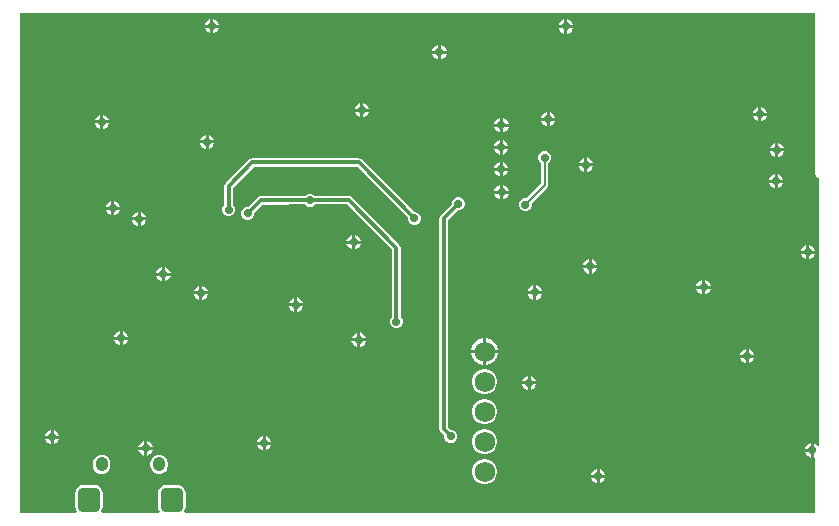
<source format=gbl>
G04*
G04 #@! TF.GenerationSoftware,Altium Limited,Altium Designer,22.6.1 (34)*
G04*
G04 Layer_Physical_Order=2*
G04 Layer_Color=16711680*
%FSLAX44Y44*%
%MOMM*%
G71*
G04*
G04 #@! TF.SameCoordinates,A7F95BF2-09E6-4EF4-AC3E-D413731AB972*
G04*
G04*
G04 #@! TF.FilePolarity,Positive*
G04*
G01*
G75*
%ADD13C,0.2000*%
%ADD59C,0.3000*%
G04:AMPARAMS|DCode=61|XSize=1.25mm|YSize=1.05mm|CornerRadius=0.525mm|HoleSize=0mm|Usage=FLASHONLY|Rotation=270.000|XOffset=0mm|YOffset=0mm|HoleType=Round|Shape=RoundedRectangle|*
%AMROUNDEDRECTD61*
21,1,1.2500,0.0000,0,0,270.0*
21,1,0.2000,1.0500,0,0,270.0*
1,1,1.0500,0.0000,-0.1000*
1,1,1.0500,0.0000,0.1000*
1,1,1.0500,0.0000,0.1000*
1,1,1.0500,0.0000,-0.1000*
%
%ADD61ROUNDEDRECTD61*%
G04:AMPARAMS|DCode=62|XSize=2.1mm|YSize=1.9mm|CornerRadius=0.475mm|HoleSize=0mm|Usage=FLASHONLY|Rotation=270.000|XOffset=0mm|YOffset=0mm|HoleType=Round|Shape=RoundedRectangle|*
%AMROUNDEDRECTD62*
21,1,2.1000,0.9500,0,0,270.0*
21,1,1.1500,1.9000,0,0,270.0*
1,1,0.9500,-0.4750,-0.5750*
1,1,0.9500,-0.4750,0.5750*
1,1,0.9500,0.4750,0.5750*
1,1,0.9500,0.4750,-0.5750*
%
%ADD62ROUNDEDRECTD62*%
%ADD63C,1.7500*%
%ADD64C,0.7000*%
G36*
X1286666Y990000D02*
Y900000D01*
X1286920Y898724D01*
X1287643Y897643D01*
X1288724Y896920D01*
X1290000Y896666D01*
Y670349D01*
X1288730Y669901D01*
X1287347Y671284D01*
X1285196Y672175D01*
Y666163D01*
Y660152D01*
X1285513Y660283D01*
X1286666Y659386D01*
Y613334D01*
X752791D01*
X752165Y614604D01*
X752571Y615133D01*
X753251Y616775D01*
X753483Y618537D01*
Y630037D01*
X753251Y631799D01*
X752571Y633441D01*
X751489Y634851D01*
X750079Y635933D01*
X748437Y636613D01*
X746675Y636845D01*
X737175D01*
X735413Y636613D01*
X733771Y635933D01*
X732361Y634851D01*
X731279Y633441D01*
X730598Y631799D01*
X730366Y630037D01*
Y618537D01*
X730598Y616775D01*
X731279Y615133D01*
X731684Y614604D01*
X731058Y613334D01*
X682541D01*
X681915Y614604D01*
X682321Y615133D01*
X683001Y616775D01*
X683233Y618537D01*
Y630037D01*
X683001Y631799D01*
X682321Y633441D01*
X681239Y634851D01*
X679829Y635933D01*
X678187Y636613D01*
X676425Y636845D01*
X666925D01*
X665163Y636613D01*
X663521Y635933D01*
X662111Y634851D01*
X661029Y633441D01*
X660348Y631799D01*
X660116Y630037D01*
Y618537D01*
X660348Y616775D01*
X661029Y615133D01*
X661434Y614604D01*
X660808Y613334D01*
X613334D01*
Y1036666D01*
X1286666D01*
Y990000D01*
D02*
G37*
%LPC*%
G36*
X776960Y1031256D02*
Y1026514D01*
X781701D01*
X780810Y1028665D01*
X779111Y1030365D01*
X776960Y1031256D01*
D02*
G37*
G36*
X774420D02*
X772269Y1030365D01*
X770569Y1028665D01*
X769678Y1026514D01*
X774420D01*
Y1031256D01*
D02*
G37*
G36*
X1076625Y1031107D02*
Y1026366D01*
X1081367D01*
X1080475Y1028517D01*
X1078776Y1030216D01*
X1076625Y1031107D01*
D02*
G37*
G36*
X1074085D02*
X1071934Y1030216D01*
X1070235Y1028517D01*
X1069343Y1026366D01*
X1074085D01*
Y1031107D01*
D02*
G37*
G36*
X781701Y1023974D02*
X776960D01*
Y1019232D01*
X779111Y1020124D01*
X780810Y1021823D01*
X781701Y1023974D01*
D02*
G37*
G36*
X774420D02*
X769678D01*
X770569Y1021823D01*
X772269Y1020124D01*
X774420Y1019232D01*
Y1023974D01*
D02*
G37*
G36*
X1081367Y1023826D02*
X1076625D01*
Y1019084D01*
X1078776Y1019975D01*
X1080475Y1021674D01*
X1081367Y1023826D01*
D02*
G37*
G36*
X1074085D02*
X1069343D01*
X1070235Y1021674D01*
X1071934Y1019975D01*
X1074085Y1019084D01*
Y1023826D01*
D02*
G37*
G36*
X969787Y1009169D02*
Y1004428D01*
X974528D01*
X973637Y1006579D01*
X971938Y1008278D01*
X969787Y1009169D01*
D02*
G37*
G36*
X967247D02*
X965095Y1008278D01*
X963396Y1006579D01*
X962505Y1004428D01*
X967247D01*
Y1009169D01*
D02*
G37*
G36*
X974528Y1001888D02*
X969787D01*
Y997146D01*
X971938Y998037D01*
X973637Y999736D01*
X974528Y1001888D01*
D02*
G37*
G36*
X967247D02*
X962505D01*
X963396Y999736D01*
X965095Y998037D01*
X967247Y997146D01*
Y1001888D01*
D02*
G37*
G36*
X904003Y960196D02*
Y955455D01*
X908745D01*
X907853Y957606D01*
X906154Y959305D01*
X904003Y960196D01*
D02*
G37*
G36*
X901463D02*
X899312Y959305D01*
X897613Y957606D01*
X896721Y955455D01*
X901463D01*
Y960196D01*
D02*
G37*
G36*
X1241037Y956752D02*
Y952010D01*
X1245779D01*
X1244887Y954162D01*
X1243188Y955861D01*
X1241037Y956752D01*
D02*
G37*
G36*
X1238497D02*
X1236346Y955861D01*
X1234646Y954162D01*
X1233755Y952010D01*
X1238497D01*
Y956752D01*
D02*
G37*
G36*
X908745Y952915D02*
X904003D01*
Y948173D01*
X906154Y949064D01*
X907853Y950763D01*
X908745Y952915D01*
D02*
G37*
G36*
X901463D02*
X896721D01*
X897613Y950763D01*
X899312Y949064D01*
X901463Y948173D01*
Y952915D01*
D02*
G37*
G36*
X1061971Y952426D02*
Y947684D01*
X1066713D01*
X1065822Y949836D01*
X1064122Y951535D01*
X1061971Y952426D01*
D02*
G37*
G36*
X1059431D02*
X1057280Y951535D01*
X1055581Y949836D01*
X1054689Y947684D01*
X1059431D01*
Y952426D01*
D02*
G37*
G36*
X683972Y950556D02*
Y945814D01*
X688714D01*
X687823Y947966D01*
X686124Y949665D01*
X683972Y950556D01*
D02*
G37*
G36*
X681432D02*
X679281Y949665D01*
X677582Y947966D01*
X676691Y945814D01*
X681432D01*
Y950556D01*
D02*
G37*
G36*
X1245779Y949471D02*
X1241037D01*
Y944729D01*
X1243188Y945620D01*
X1244887Y947319D01*
X1245779Y949471D01*
D02*
G37*
G36*
X1238497D02*
X1233755D01*
X1234646Y947319D01*
X1236346Y945620D01*
X1238497Y944729D01*
Y949471D01*
D02*
G37*
G36*
X1022275Y947680D02*
Y942938D01*
X1027017D01*
X1026126Y945089D01*
X1024427Y946788D01*
X1022275Y947680D01*
D02*
G37*
G36*
X1019735D02*
X1017584Y946788D01*
X1015885Y945089D01*
X1014994Y942938D01*
X1019735D01*
Y947680D01*
D02*
G37*
G36*
X1066713Y945144D02*
X1061971D01*
Y940403D01*
X1064122Y941294D01*
X1065822Y942993D01*
X1066713Y945144D01*
D02*
G37*
G36*
X1059431D02*
X1054689D01*
X1055581Y942993D01*
X1057280Y941294D01*
X1059431Y940403D01*
Y945144D01*
D02*
G37*
G36*
X688714Y943274D02*
X683972D01*
Y938533D01*
X686124Y939424D01*
X687823Y941123D01*
X688714Y943274D01*
D02*
G37*
G36*
X681432D02*
X676691D01*
X677582Y941123D01*
X679281Y939424D01*
X681432Y938533D01*
Y943274D01*
D02*
G37*
G36*
X1027017Y940398D02*
X1022275D01*
Y935656D01*
X1024427Y936547D01*
X1026126Y938247D01*
X1027017Y940398D01*
D02*
G37*
G36*
X1019735D02*
X1014994D01*
X1015885Y938247D01*
X1017584Y936547D01*
X1019735Y935656D01*
Y940398D01*
D02*
G37*
G36*
X773055Y933447D02*
Y928705D01*
X777797D01*
X776906Y930856D01*
X775207Y932555D01*
X773055Y933447D01*
D02*
G37*
G36*
X770515D02*
X768364Y932555D01*
X766665Y930856D01*
X765774Y928705D01*
X770515D01*
Y933447D01*
D02*
G37*
G36*
X1021997Y928682D02*
Y923941D01*
X1026739D01*
X1025847Y926092D01*
X1024148Y927791D01*
X1021997Y928682D01*
D02*
G37*
G36*
X1019457D02*
X1017306Y927791D01*
X1015607Y926092D01*
X1014715Y923941D01*
X1019457D01*
Y928682D01*
D02*
G37*
G36*
X1255304Y926752D02*
Y922010D01*
X1260046D01*
X1259155Y924162D01*
X1257456Y925861D01*
X1255304Y926752D01*
D02*
G37*
G36*
X1252764D02*
X1250613Y925861D01*
X1248914Y924162D01*
X1248023Y922010D01*
X1252764D01*
Y926752D01*
D02*
G37*
G36*
X777797Y926165D02*
X773055D01*
Y921423D01*
X775207Y922314D01*
X776906Y924014D01*
X777797Y926165D01*
D02*
G37*
G36*
X770515D02*
X765774D01*
X766665Y924014D01*
X768364Y922314D01*
X770515Y921423D01*
Y926165D01*
D02*
G37*
G36*
X1026739Y921401D02*
X1021997D01*
Y916659D01*
X1024148Y917550D01*
X1025847Y919249D01*
X1026739Y921401D01*
D02*
G37*
G36*
X1019457D02*
X1014715D01*
X1015607Y919249D01*
X1017306Y917550D01*
X1019457Y916659D01*
Y921401D01*
D02*
G37*
G36*
X1260046Y919470D02*
X1255304D01*
Y914729D01*
X1257456Y915620D01*
X1259155Y917319D01*
X1260046Y919470D01*
D02*
G37*
G36*
X1252764D02*
X1248023D01*
X1248914Y917319D01*
X1250613Y915620D01*
X1252764Y914729D01*
Y919470D01*
D02*
G37*
G36*
X1093778Y914157D02*
Y909416D01*
X1098519D01*
X1097628Y911567D01*
X1095929Y913266D01*
X1093778Y914157D01*
D02*
G37*
G36*
X1091238D02*
X1089086Y913266D01*
X1087387Y911567D01*
X1086496Y909416D01*
X1091238D01*
Y914157D01*
D02*
G37*
G36*
X1022103Y910289D02*
Y905547D01*
X1026845D01*
X1025954Y907699D01*
X1024255Y909398D01*
X1022103Y910289D01*
D02*
G37*
G36*
X1019563D02*
X1017412Y909398D01*
X1015713Y907699D01*
X1014822Y905547D01*
X1019563D01*
Y910289D01*
D02*
G37*
G36*
X1098519Y906876D02*
X1093778D01*
Y902134D01*
X1095929Y903025D01*
X1097628Y904725D01*
X1098519Y906876D01*
D02*
G37*
G36*
X1091238D02*
X1086496D01*
X1087387Y904725D01*
X1089086Y903025D01*
X1091238Y902134D01*
Y906876D01*
D02*
G37*
G36*
X1026845Y903007D02*
X1022103D01*
Y898266D01*
X1024255Y899157D01*
X1025954Y900856D01*
X1026845Y903007D01*
D02*
G37*
G36*
X1019563D02*
X1014822D01*
X1015713Y900856D01*
X1017412Y899157D01*
X1019563Y898266D01*
Y903007D01*
D02*
G37*
G36*
X1254729Y900092D02*
Y895351D01*
X1259471D01*
X1258579Y897502D01*
X1256880Y899201D01*
X1254729Y900092D01*
D02*
G37*
G36*
X1252189D02*
X1250038Y899201D01*
X1248338Y897502D01*
X1247447Y895351D01*
X1252189D01*
Y900092D01*
D02*
G37*
G36*
X1259471Y892811D02*
X1254729D01*
Y888069D01*
X1256880Y888960D01*
X1258579Y890659D01*
X1259471Y892811D01*
D02*
G37*
G36*
X1252189D02*
X1247447D01*
X1248338Y890659D01*
X1250038Y888960D01*
X1252189Y888069D01*
Y892811D01*
D02*
G37*
G36*
X1022316Y890938D02*
Y886197D01*
X1027057D01*
X1026166Y888348D01*
X1024467Y890047D01*
X1022316Y890938D01*
D02*
G37*
G36*
X1019776D02*
X1017625Y890047D01*
X1015925Y888348D01*
X1015034Y886197D01*
X1019776D01*
Y890938D01*
D02*
G37*
G36*
X1027057Y883657D02*
X1022316D01*
Y878915D01*
X1024467Y879806D01*
X1026166Y881505D01*
X1027057Y883657D01*
D02*
G37*
G36*
X1019776D02*
X1015034D01*
X1015925Y881505D01*
X1017625Y879806D01*
X1019776Y878915D01*
Y883657D01*
D02*
G37*
G36*
X693031Y877290D02*
Y872548D01*
X697773D01*
X696882Y874699D01*
X695183Y876398D01*
X693031Y877290D01*
D02*
G37*
G36*
X690491D02*
X688340Y876398D01*
X686641Y874699D01*
X685750Y872548D01*
X690491D01*
Y877290D01*
D02*
G37*
G36*
X1058712Y919582D02*
X1056524D01*
X1054503Y918745D01*
X1052956Y917198D01*
X1052118Y915176D01*
Y912988D01*
X1052956Y910967D01*
X1054503Y909419D01*
X1054559Y909396D01*
Y892060D01*
X1042169Y879669D01*
X1040203D01*
X1038182Y878831D01*
X1036635Y877284D01*
X1035797Y875263D01*
Y873075D01*
X1036635Y871053D01*
X1038182Y869506D01*
X1040203Y868669D01*
X1042391D01*
X1044413Y869506D01*
X1045960Y871053D01*
X1046797Y873075D01*
Y875263D01*
X1046685Y875534D01*
X1059781Y888630D01*
X1059781Y888630D01*
X1060444Y889622D01*
X1060677Y890793D01*
X1060677Y890793D01*
Y909396D01*
X1060734Y909419D01*
X1062281Y910967D01*
X1063118Y912988D01*
Y915176D01*
X1062281Y917198D01*
X1060734Y918745D01*
X1058712Y919582D01*
D02*
G37*
G36*
X697773Y870008D02*
X693031D01*
Y865266D01*
X695183Y866158D01*
X696882Y867857D01*
X697773Y870008D01*
D02*
G37*
G36*
X690491D02*
X685750D01*
X686641Y867857D01*
X688340Y866158D01*
X690491Y865266D01*
Y870008D01*
D02*
G37*
G36*
X715638Y868274D02*
Y863532D01*
X720379D01*
X719488Y865684D01*
X717789Y867383D01*
X715638Y868274D01*
D02*
G37*
G36*
X713098D02*
X710946Y867383D01*
X709247Y865684D01*
X708356Y863532D01*
X713098D01*
Y868274D01*
D02*
G37*
G36*
X900000Y913569D02*
X810000D01*
X808634Y913297D01*
X807477Y912523D01*
X787477Y892523D01*
X786703Y891366D01*
X786431Y890000D01*
Y874210D01*
X785337Y873115D01*
X784500Y871094D01*
Y868906D01*
X785337Y866885D01*
X786885Y865337D01*
X788906Y864500D01*
X791094D01*
X793115Y865337D01*
X794663Y866885D01*
X795500Y868906D01*
Y871094D01*
X794663Y873115D01*
X793569Y874210D01*
Y888522D01*
X811478Y906431D01*
X898522D01*
X941588Y863365D01*
Y861530D01*
X942426Y859508D01*
X943973Y857961D01*
X945994Y857124D01*
X948182D01*
X950204Y857961D01*
X951751Y859508D01*
X952588Y861530D01*
Y863718D01*
X951751Y865739D01*
X950204Y867287D01*
X948182Y868124D01*
X946923D01*
X902523Y912523D01*
X901366Y913297D01*
X900000Y913569D01*
D02*
G37*
G36*
X720379Y860992D02*
X715638D01*
Y856251D01*
X717789Y857142D01*
X719488Y858841D01*
X720379Y860992D01*
D02*
G37*
G36*
X713098D02*
X708356D01*
X709247Y858841D01*
X710946Y857142D01*
X713098Y856251D01*
Y860992D01*
D02*
G37*
G36*
X897034Y848444D02*
Y843702D01*
X901775D01*
X900884Y845854D01*
X899185Y847553D01*
X897034Y848444D01*
D02*
G37*
G36*
X894494D02*
X892342Y847553D01*
X890643Y845854D01*
X889752Y843702D01*
X894494D01*
Y848444D01*
D02*
G37*
G36*
X901775Y841162D02*
X897034D01*
Y836421D01*
X899185Y837312D01*
X900884Y839011D01*
X901775Y841162D01*
D02*
G37*
G36*
X894494D02*
X889752D01*
X890643Y839011D01*
X892342Y837312D01*
X894494Y836421D01*
Y841162D01*
D02*
G37*
G36*
X1281682Y840030D02*
Y835288D01*
X1286423D01*
X1285532Y837439D01*
X1283833Y839138D01*
X1281682Y840030D01*
D02*
G37*
G36*
X1279142D02*
X1276990Y839138D01*
X1275291Y837439D01*
X1274400Y835288D01*
X1279142D01*
Y840030D01*
D02*
G37*
G36*
X1286423Y832748D02*
X1281682D01*
Y828006D01*
X1283833Y828898D01*
X1285532Y830597D01*
X1286423Y832748D01*
D02*
G37*
G36*
X1279142D02*
X1274400D01*
X1275291Y830597D01*
X1276990Y828898D01*
X1279142Y828006D01*
Y832748D01*
D02*
G37*
G36*
X1097442Y827919D02*
Y823178D01*
X1102184D01*
X1101293Y825329D01*
X1099594Y827028D01*
X1097442Y827919D01*
D02*
G37*
G36*
X1094902D02*
X1092751Y827028D01*
X1091052Y825329D01*
X1090161Y823178D01*
X1094902D01*
Y827919D01*
D02*
G37*
G36*
X736051Y821292D02*
Y816551D01*
X740792D01*
X739901Y818702D01*
X738202Y820401D01*
X736051Y821292D01*
D02*
G37*
G36*
X733511D02*
X731359Y820401D01*
X729660Y818702D01*
X728769Y816551D01*
X733511D01*
Y821292D01*
D02*
G37*
G36*
X1102184Y820638D02*
X1097442D01*
Y815896D01*
X1099594Y816787D01*
X1101293Y818486D01*
X1102184Y820638D01*
D02*
G37*
G36*
X1094902D02*
X1090161D01*
X1091052Y818486D01*
X1092751Y816787D01*
X1094902Y815896D01*
Y820638D01*
D02*
G37*
G36*
X740792Y814011D02*
X736051D01*
Y809269D01*
X738202Y810160D01*
X739901Y811859D01*
X740792Y814011D01*
D02*
G37*
G36*
X733511D02*
X728769D01*
X729660Y811859D01*
X731359Y810160D01*
X733511Y809269D01*
Y814011D01*
D02*
G37*
G36*
X1193345Y810263D02*
Y805521D01*
X1198087D01*
X1197196Y807672D01*
X1195497Y809371D01*
X1193345Y810263D01*
D02*
G37*
G36*
X1190805D02*
X1188654Y809371D01*
X1186955Y807672D01*
X1186064Y805521D01*
X1190805D01*
Y810263D01*
D02*
G37*
G36*
X1050607Y805875D02*
Y801133D01*
X1055349D01*
X1054458Y803285D01*
X1052759Y804984D01*
X1050607Y805875D01*
D02*
G37*
G36*
X1048067D02*
X1045916Y804984D01*
X1044217Y803285D01*
X1043326Y801133D01*
X1048067D01*
Y805875D01*
D02*
G37*
G36*
X767715Y805700D02*
Y800958D01*
X772457D01*
X771566Y803110D01*
X769867Y804809D01*
X767715Y805700D01*
D02*
G37*
G36*
X765175D02*
X763024Y804809D01*
X761325Y803110D01*
X760434Y800958D01*
X765175D01*
Y805700D01*
D02*
G37*
G36*
X1198087Y802981D02*
X1193345D01*
Y798239D01*
X1195497Y799130D01*
X1197196Y800829D01*
X1198087Y802981D01*
D02*
G37*
G36*
X1190805D02*
X1186064D01*
X1186955Y800829D01*
X1188654Y799130D01*
X1190805Y798239D01*
Y802981D01*
D02*
G37*
G36*
X1055349Y798594D02*
X1050607D01*
Y793852D01*
X1052759Y794743D01*
X1054458Y796442D01*
X1055349Y798594D01*
D02*
G37*
G36*
X1048067D02*
X1043326D01*
X1044217Y796442D01*
X1045916Y794743D01*
X1048067Y793852D01*
Y798594D01*
D02*
G37*
G36*
X772457Y798418D02*
X767715D01*
Y793677D01*
X769867Y794568D01*
X771566Y796267D01*
X772457Y798418D01*
D02*
G37*
G36*
X765175D02*
X760434D01*
X761325Y796267D01*
X763024Y794568D01*
X765175Y793677D01*
Y798418D01*
D02*
G37*
G36*
X848066Y795648D02*
Y790906D01*
X852808D01*
X851917Y793057D01*
X850218Y794756D01*
X848066Y795648D01*
D02*
G37*
G36*
X845526D02*
X843375Y794756D01*
X841676Y793057D01*
X840785Y790906D01*
X845526D01*
Y795648D01*
D02*
G37*
G36*
X852808Y788366D02*
X848066D01*
Y783624D01*
X850218Y784516D01*
X851917Y786215D01*
X852808Y788366D01*
D02*
G37*
G36*
X845526D02*
X840785D01*
X841676Y786215D01*
X843375Y784516D01*
X845526Y783624D01*
Y788366D01*
D02*
G37*
G36*
X860016Y883504D02*
X857828D01*
X855806Y882666D01*
X854712Y881572D01*
X840527D01*
X840002Y881468D01*
X817236D01*
X815871Y881196D01*
X814713Y880423D01*
X806573Y872283D01*
X805026D01*
X803004Y871445D01*
X801457Y869898D01*
X800620Y867877D01*
Y865689D01*
X801457Y863667D01*
X803004Y862120D01*
X805026Y861283D01*
X807214D01*
X809235Y862120D01*
X810782Y863667D01*
X811620Y865689D01*
Y867236D01*
X818715Y874331D01*
X840422D01*
X840947Y874435D01*
X854712D01*
X855806Y873341D01*
X857828Y872504D01*
X860016D01*
X862037Y873341D01*
X863131Y874435D01*
X890518D01*
X928532Y836421D01*
Y779483D01*
X927438Y778389D01*
X926601Y776367D01*
Y774179D01*
X927438Y772158D01*
X928985Y770611D01*
X931006Y769773D01*
X933195D01*
X935216Y770611D01*
X936763Y772158D01*
X937600Y774179D01*
Y776367D01*
X936763Y778389D01*
X935669Y779483D01*
Y837899D01*
X935397Y839265D01*
X934624Y840423D01*
X894520Y880527D01*
X893362Y881301D01*
X891996Y881572D01*
X863131D01*
X862037Y882666D01*
X860016Y883504D01*
D02*
G37*
G36*
X700171Y767224D02*
Y762483D01*
X704912D01*
X704021Y764634D01*
X702322Y766333D01*
X700171Y767224D01*
D02*
G37*
G36*
X697630D02*
X695479Y766333D01*
X693780Y764634D01*
X692889Y762483D01*
X697630D01*
Y767224D01*
D02*
G37*
G36*
X901270Y766012D02*
Y761270D01*
X906012D01*
X905120Y763421D01*
X903421Y765120D01*
X901270Y766012D01*
D02*
G37*
G36*
X898730D02*
X896579Y765120D01*
X894880Y763421D01*
X893988Y761270D01*
X898730D01*
Y766012D01*
D02*
G37*
G36*
X704912Y759942D02*
X700171D01*
Y755201D01*
X702322Y756092D01*
X704021Y757791D01*
X704912Y759942D01*
D02*
G37*
G36*
X697630D02*
X692889D01*
X693780Y757791D01*
X695479Y756092D01*
X697630Y755201D01*
Y759942D01*
D02*
G37*
G36*
X906012Y758730D02*
X901270D01*
Y753988D01*
X903421Y754880D01*
X905120Y756579D01*
X906012Y758730D01*
D02*
G37*
G36*
X898730D02*
X893988D01*
X894880Y756579D01*
X896579Y754880D01*
X898730Y753988D01*
Y758730D01*
D02*
G37*
G36*
X1008164Y761180D02*
X1007948D01*
Y751160D01*
X1017968D01*
Y751376D01*
X1017199Y754248D01*
X1015712Y756822D01*
X1013610Y758924D01*
X1011036Y760410D01*
X1008164Y761180D01*
D02*
G37*
G36*
X1005408D02*
X1005192D01*
X1002320Y760410D01*
X999746Y758924D01*
X997644Y756822D01*
X996157Y754248D01*
X995388Y751376D01*
Y751160D01*
X1005408D01*
Y761180D01*
D02*
G37*
G36*
X1230402Y751921D02*
Y747180D01*
X1235144D01*
X1234253Y749331D01*
X1232554Y751030D01*
X1230402Y751921D01*
D02*
G37*
G36*
X1227862D02*
X1225711Y751030D01*
X1224012Y749331D01*
X1223121Y747180D01*
X1227862D01*
Y751921D01*
D02*
G37*
G36*
X1235144Y744640D02*
X1230402D01*
Y739898D01*
X1232554Y740789D01*
X1234253Y742488D01*
X1235144Y744640D01*
D02*
G37*
G36*
X1227862D02*
X1223121D01*
X1224012Y742488D01*
X1225711Y740789D01*
X1227862Y739898D01*
Y744640D01*
D02*
G37*
G36*
X1017968Y748620D02*
X1007948D01*
Y738600D01*
X1008164D01*
X1011036Y739369D01*
X1013610Y740855D01*
X1015712Y742958D01*
X1017199Y745532D01*
X1017968Y748403D01*
Y748620D01*
D02*
G37*
G36*
X1005408D02*
X995388D01*
Y748403D01*
X996157Y745532D01*
X997644Y742958D01*
X999746Y740855D01*
X1002320Y739369D01*
X1005192Y738600D01*
X1005408D01*
Y748620D01*
D02*
G37*
G36*
X1045699Y729404D02*
Y724662D01*
X1050440D01*
X1049549Y726814D01*
X1047850Y728513D01*
X1045699Y729404D01*
D02*
G37*
G36*
X1043159D02*
X1041007Y728513D01*
X1039308Y726814D01*
X1038417Y724662D01*
X1043159D01*
Y729404D01*
D02*
G37*
G36*
X1050440Y722122D02*
X1045699D01*
Y717381D01*
X1047850Y718272D01*
X1049549Y719971D01*
X1050440Y722122D01*
D02*
G37*
G36*
X1043159D02*
X1038417D01*
X1039308Y719971D01*
X1041007Y718272D01*
X1043159Y717381D01*
Y722122D01*
D02*
G37*
G36*
X1008093Y735240D02*
X1005263D01*
X1002529Y734507D01*
X1000077Y733092D01*
X998076Y731090D01*
X996661Y728639D01*
X995928Y725905D01*
Y723074D01*
X996661Y720340D01*
X998076Y717889D01*
X1000077Y715888D01*
X1002529Y714472D01*
X1005263Y713740D01*
X1008093D01*
X1010827Y714472D01*
X1013279Y715888D01*
X1015280Y717889D01*
X1016695Y720340D01*
X1017428Y723074D01*
Y725905D01*
X1016695Y728639D01*
X1015280Y731090D01*
X1013279Y733092D01*
X1010827Y734507D01*
X1008093Y735240D01*
D02*
G37*
G36*
Y709840D02*
X1005263D01*
X1002529Y709107D01*
X1000077Y707692D01*
X998076Y705690D01*
X996661Y703239D01*
X995928Y700505D01*
Y697674D01*
X996661Y694940D01*
X998076Y692489D01*
X1000077Y690488D01*
X1002529Y689072D01*
X1005263Y688340D01*
X1008093D01*
X1010827Y689072D01*
X1013279Y690488D01*
X1015280Y692489D01*
X1016695Y694940D01*
X1017428Y697674D01*
Y700505D01*
X1016695Y703239D01*
X1015280Y705690D01*
X1013279Y707692D01*
X1010827Y709107D01*
X1008093Y709840D01*
D02*
G37*
G36*
X641788Y683397D02*
Y678655D01*
X646530D01*
X645639Y680807D01*
X643940Y682506D01*
X641788Y683397D01*
D02*
G37*
G36*
X639248D02*
X637097Y682506D01*
X635398Y680807D01*
X634506Y678655D01*
X639248D01*
Y683397D01*
D02*
G37*
G36*
X821501Y678322D02*
Y673580D01*
X826243D01*
X825351Y675732D01*
X823652Y677431D01*
X821501Y678322D01*
D02*
G37*
G36*
X818961D02*
X816810Y677431D01*
X815110Y675732D01*
X814219Y673580D01*
X818961D01*
Y678322D01*
D02*
G37*
G36*
X985448Y880427D02*
X983260D01*
X981238Y879589D01*
X979691Y878042D01*
X978854Y876021D01*
Y874473D01*
X969505Y865125D01*
X968732Y863967D01*
X968460Y862601D01*
Y684249D01*
X968732Y682884D01*
X969505Y681726D01*
X972623Y678609D01*
Y677062D01*
X973460Y675040D01*
X975007Y673493D01*
X977029Y672656D01*
X979217D01*
X981238Y673493D01*
X982785Y675040D01*
X983623Y677062D01*
Y679250D01*
X982785Y681271D01*
X981238Y682818D01*
X979217Y683656D01*
X977669D01*
X975597Y685728D01*
Y861123D01*
X983901Y869427D01*
X985448D01*
X987469Y870264D01*
X989016Y871811D01*
X989854Y873833D01*
Y876021D01*
X989016Y878042D01*
X987469Y879589D01*
X985448Y880427D01*
D02*
G37*
G36*
X646530Y676115D02*
X641788D01*
Y671374D01*
X643940Y672265D01*
X645639Y673964D01*
X646530Y676115D01*
D02*
G37*
G36*
X639248D02*
X634506D01*
X635398Y673964D01*
X637097Y672265D01*
X639248Y671374D01*
Y676115D01*
D02*
G37*
G36*
X720921Y673861D02*
Y669119D01*
X725663D01*
X724772Y671271D01*
X723073Y672970D01*
X720921Y673861D01*
D02*
G37*
G36*
X718381D02*
X716230Y672970D01*
X714531Y671271D01*
X713640Y669119D01*
X718381D01*
Y673861D01*
D02*
G37*
G36*
X1282656Y672175D02*
X1280505Y671284D01*
X1278805Y669585D01*
X1277914Y667433D01*
X1282656D01*
Y672175D01*
D02*
G37*
G36*
X826243Y671040D02*
X821501D01*
Y666299D01*
X823652Y667190D01*
X825351Y668889D01*
X826243Y671040D01*
D02*
G37*
G36*
X818961D02*
X814219D01*
X815110Y668889D01*
X816810Y667190D01*
X818961Y666299D01*
Y671040D01*
D02*
G37*
G36*
X1008093Y684440D02*
X1005263D01*
X1002529Y683707D01*
X1000077Y682292D01*
X998076Y680290D01*
X996661Y677839D01*
X995928Y675105D01*
Y672274D01*
X996661Y669540D01*
X998076Y667089D01*
X1000077Y665088D01*
X1002529Y663672D01*
X1005263Y662940D01*
X1008093D01*
X1010827Y663672D01*
X1013279Y665088D01*
X1015280Y667089D01*
X1016695Y669540D01*
X1017428Y672274D01*
Y675105D01*
X1016695Y677839D01*
X1015280Y680290D01*
X1013279Y682292D01*
X1010827Y683707D01*
X1008093Y684440D01*
D02*
G37*
G36*
X725663Y666579D02*
X720921D01*
Y661838D01*
X723073Y662729D01*
X724772Y664428D01*
X725663Y666579D01*
D02*
G37*
G36*
X718381D02*
X713640D01*
X714531Y664428D01*
X716230Y662729D01*
X718381Y661838D01*
Y666579D01*
D02*
G37*
G36*
X1282656Y664893D02*
X1277914D01*
X1278805Y662742D01*
X1280505Y661043D01*
X1282656Y660152D01*
Y664893D01*
D02*
G37*
G36*
X731050Y662600D02*
X729157Y662350D01*
X727393Y661620D01*
X725879Y660458D01*
X724717Y658943D01*
X723986Y657180D01*
X723737Y655287D01*
Y653287D01*
X723986Y651395D01*
X724717Y649631D01*
X725879Y648116D01*
X727393Y646954D01*
X729157Y646224D01*
X731050Y645975D01*
X732942Y646224D01*
X734706Y646954D01*
X736220Y648116D01*
X737382Y649631D01*
X738113Y651395D01*
X738362Y653287D01*
Y655287D01*
X738113Y657180D01*
X737382Y658943D01*
X736220Y660458D01*
X734706Y661620D01*
X732942Y662350D01*
X731050Y662600D01*
D02*
G37*
G36*
X682550D02*
X680657Y662350D01*
X678893Y661620D01*
X677379Y660458D01*
X676217Y658943D01*
X675486Y657180D01*
X675237Y655287D01*
Y653287D01*
X675486Y651395D01*
X676217Y649631D01*
X677379Y648116D01*
X678893Y646954D01*
X680657Y646224D01*
X682550Y645975D01*
X684442Y646224D01*
X686206Y646954D01*
X687720Y648116D01*
X688883Y649631D01*
X689613Y651395D01*
X689862Y653287D01*
Y655287D01*
X689613Y657180D01*
X688883Y658943D01*
X687720Y660458D01*
X686206Y661620D01*
X684442Y662350D01*
X682550Y662600D01*
D02*
G37*
G36*
X1104099Y650460D02*
Y645718D01*
X1108841D01*
X1107950Y647869D01*
X1106251Y649569D01*
X1104099Y650460D01*
D02*
G37*
G36*
X1101559D02*
X1099408Y649569D01*
X1097709Y647869D01*
X1096818Y645718D01*
X1101559D01*
Y650460D01*
D02*
G37*
G36*
X1108841Y643178D02*
X1104099D01*
Y638437D01*
X1106251Y639328D01*
X1107950Y641027D01*
X1108841Y643178D01*
D02*
G37*
G36*
X1101559D02*
X1096818D01*
X1097709Y641027D01*
X1099408Y639328D01*
X1101559Y638437D01*
Y643178D01*
D02*
G37*
G36*
X1008093Y659040D02*
X1005263D01*
X1002529Y658307D01*
X1000077Y656892D01*
X998076Y654890D01*
X996661Y652439D01*
X995928Y649705D01*
Y646874D01*
X996661Y644140D01*
X998076Y641689D01*
X1000077Y639688D01*
X1002529Y638272D01*
X1005263Y637540D01*
X1008093D01*
X1010827Y638272D01*
X1013279Y639688D01*
X1015280Y641689D01*
X1016695Y644140D01*
X1017428Y646874D01*
Y649705D01*
X1016695Y652439D01*
X1015280Y654890D01*
X1013279Y656892D01*
X1010827Y658307D01*
X1008093Y659040D01*
D02*
G37*
%LPD*%
D13*
X1057618Y890793D02*
Y914082D01*
X1040907Y874081D02*
X1057618Y890793D01*
D59*
X806120Y866783D02*
X817236Y877899D01*
X840527Y878004D02*
X858922D01*
X817236Y877899D02*
X840422D01*
X840527Y878004D01*
X858922D02*
X891996D01*
X900000Y910000D02*
X947088Y862912D01*
Y862624D02*
Y862912D01*
X810000Y910000D02*
X900000D01*
X972029Y684249D02*
Y862601D01*
X984354Y874927D01*
X972029Y684249D02*
X978123Y678156D01*
X790000Y870000D02*
Y890000D01*
X810000Y910000D01*
X932101Y775273D02*
Y837899D01*
X891996Y878004D02*
X932101Y837899D01*
D61*
X731050Y654287D02*
D03*
X682550D02*
D03*
D62*
X741925Y624287D02*
D03*
X671675D02*
D03*
D63*
X1006678Y749890D02*
D03*
Y699090D02*
D03*
Y724490D02*
D03*
Y673690D02*
D03*
Y648290D02*
D03*
D64*
X806120Y866783D02*
D03*
X1021046Y884927D02*
D03*
X1020833Y904277D02*
D03*
X1020727Y922671D02*
D03*
X947088Y862624D02*
D03*
X984354Y874927D02*
D03*
X968517Y1003158D02*
D03*
X1021005Y941668D02*
D03*
X790000Y870000D02*
D03*
X932101Y775273D02*
D03*
X858922Y878004D02*
D03*
X1057618Y914082D02*
D03*
X1041297Y874169D02*
D03*
X978123Y678156D02*
D03*
X1280412Y834018D02*
D03*
X1060701Y946414D02*
D03*
X640518Y677385D02*
D03*
X719651Y667849D02*
D03*
X698901Y761212D02*
D03*
X766445Y799688D02*
D03*
X734781Y815281D02*
D03*
X691761Y871278D02*
D03*
X714368Y862262D02*
D03*
X682702Y944544D02*
D03*
X902733Y954185D02*
D03*
X775690Y1025244D02*
D03*
X771785Y927435D02*
D03*
X895764Y842432D02*
D03*
X846796Y789636D02*
D03*
X820231Y672310D02*
D03*
X900000Y760000D02*
D03*
X1075355Y1025096D02*
D03*
X1092508Y908146D02*
D03*
X1049337Y799864D02*
D03*
X1044429Y723392D02*
D03*
X1102829Y644448D02*
D03*
X1283926Y666163D02*
D03*
X1192075Y804251D02*
D03*
X1229132Y745910D02*
D03*
X1096172Y821908D02*
D03*
X1239767Y950741D02*
D03*
X1253459Y894081D02*
D03*
X1254034Y920740D02*
D03*
M02*

</source>
